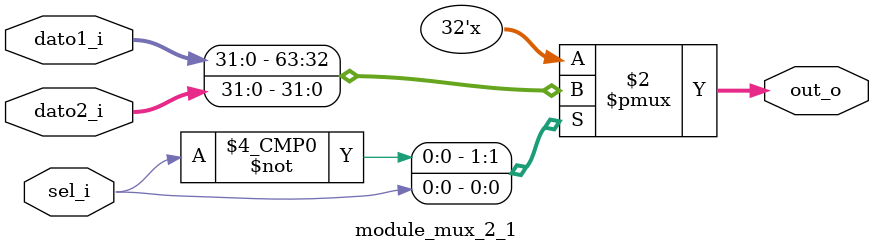
<source format=sv>
module module_mux_2_1 #(
    parameter ANCHO = 32 // Ancho de los datos en bits
)(
    input  logic [ANCHO - 1 : 0] dato1_i, // Dato de entrada 1
    input  logic [ANCHO - 1 : 0] dato2_i, // Dato de entrada 2
    input  logic                 sel_i,   // Selector
    output logic [ANCHO - 1 : 0] out_o    // Salida
);

    always_comb begin
        case(sel_i)
            1'b0: out_o = dato1_i; // Si selector en 0, pasar el dato 1
            1'b1: out_o = dato2_i; // Si selector en 1, pasar el dato 2
        endcase
    end

endmodule
</source>
